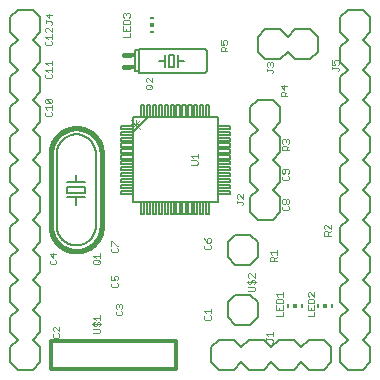
<source format=gto>
G75*
%MOIN*%
%OFA0B0*%
%FSLAX25Y25*%
%IPPOS*%
%LPD*%
%AMOC8*
5,1,8,0,0,1.08239X$1,22.5*
%
%ADD10C,0.00600*%
%ADD11C,0.00300*%
%ADD12C,0.00100*%
%ADD13C,0.00200*%
%ADD14C,0.01600*%
%ADD15C,0.00800*%
%ADD16R,0.02300X0.01600*%
%ADD17R,0.01181X0.00591*%
%ADD18R,0.01181X0.01181*%
%ADD19R,0.00591X0.01181*%
%ADD20C,0.01200*%
D10*
X0022000Y0055496D02*
X0022000Y0079496D01*
X0022002Y0079656D01*
X0022008Y0079815D01*
X0022018Y0079974D01*
X0022031Y0080133D01*
X0022049Y0080292D01*
X0022070Y0080450D01*
X0022096Y0080607D01*
X0022125Y0080764D01*
X0022158Y0080920D01*
X0022195Y0081075D01*
X0022235Y0081230D01*
X0022280Y0081383D01*
X0022328Y0081535D01*
X0022380Y0081686D01*
X0022436Y0081835D01*
X0022495Y0081983D01*
X0022558Y0082130D01*
X0022624Y0082275D01*
X0022694Y0082418D01*
X0022768Y0082560D01*
X0022844Y0082700D01*
X0022925Y0082838D01*
X0023008Y0082973D01*
X0023095Y0083107D01*
X0023186Y0083239D01*
X0023279Y0083368D01*
X0023376Y0083495D01*
X0023475Y0083620D01*
X0023578Y0083742D01*
X0023684Y0083861D01*
X0023792Y0083978D01*
X0023904Y0084092D01*
X0024018Y0084204D01*
X0024135Y0084312D01*
X0024254Y0084418D01*
X0024376Y0084521D01*
X0024501Y0084620D01*
X0024628Y0084717D01*
X0024757Y0084810D01*
X0024889Y0084901D01*
X0025023Y0084988D01*
X0025158Y0085071D01*
X0025296Y0085152D01*
X0025436Y0085228D01*
X0025578Y0085302D01*
X0025721Y0085372D01*
X0025866Y0085438D01*
X0026013Y0085501D01*
X0026161Y0085560D01*
X0026310Y0085616D01*
X0026461Y0085668D01*
X0026613Y0085716D01*
X0026766Y0085761D01*
X0026921Y0085801D01*
X0027076Y0085838D01*
X0027232Y0085871D01*
X0027389Y0085900D01*
X0027546Y0085926D01*
X0027704Y0085947D01*
X0027863Y0085965D01*
X0028022Y0085978D01*
X0028181Y0085988D01*
X0028340Y0085994D01*
X0028500Y0085996D01*
X0028660Y0085994D01*
X0028819Y0085988D01*
X0028978Y0085978D01*
X0029137Y0085965D01*
X0029296Y0085947D01*
X0029454Y0085926D01*
X0029611Y0085900D01*
X0029768Y0085871D01*
X0029924Y0085838D01*
X0030079Y0085801D01*
X0030234Y0085761D01*
X0030387Y0085716D01*
X0030539Y0085668D01*
X0030690Y0085616D01*
X0030839Y0085560D01*
X0030987Y0085501D01*
X0031134Y0085438D01*
X0031279Y0085372D01*
X0031422Y0085302D01*
X0031564Y0085228D01*
X0031704Y0085152D01*
X0031842Y0085071D01*
X0031977Y0084988D01*
X0032111Y0084901D01*
X0032243Y0084810D01*
X0032372Y0084717D01*
X0032499Y0084620D01*
X0032624Y0084521D01*
X0032746Y0084418D01*
X0032865Y0084312D01*
X0032982Y0084204D01*
X0033096Y0084092D01*
X0033208Y0083978D01*
X0033316Y0083861D01*
X0033422Y0083742D01*
X0033525Y0083620D01*
X0033624Y0083495D01*
X0033721Y0083368D01*
X0033814Y0083239D01*
X0033905Y0083107D01*
X0033992Y0082973D01*
X0034075Y0082838D01*
X0034156Y0082700D01*
X0034232Y0082560D01*
X0034306Y0082418D01*
X0034376Y0082275D01*
X0034442Y0082130D01*
X0034505Y0081983D01*
X0034564Y0081835D01*
X0034620Y0081686D01*
X0034672Y0081535D01*
X0034720Y0081383D01*
X0034765Y0081230D01*
X0034805Y0081075D01*
X0034842Y0080920D01*
X0034875Y0080764D01*
X0034904Y0080607D01*
X0034930Y0080450D01*
X0034951Y0080292D01*
X0034969Y0080133D01*
X0034982Y0079974D01*
X0034992Y0079815D01*
X0034998Y0079656D01*
X0035000Y0079496D01*
X0035000Y0055496D01*
X0034998Y0055336D01*
X0034992Y0055177D01*
X0034982Y0055018D01*
X0034969Y0054859D01*
X0034951Y0054700D01*
X0034930Y0054542D01*
X0034904Y0054385D01*
X0034875Y0054228D01*
X0034842Y0054072D01*
X0034805Y0053917D01*
X0034765Y0053762D01*
X0034720Y0053609D01*
X0034672Y0053457D01*
X0034620Y0053306D01*
X0034564Y0053157D01*
X0034505Y0053009D01*
X0034442Y0052862D01*
X0034376Y0052717D01*
X0034306Y0052574D01*
X0034232Y0052432D01*
X0034156Y0052292D01*
X0034075Y0052154D01*
X0033992Y0052019D01*
X0033905Y0051885D01*
X0033814Y0051753D01*
X0033721Y0051624D01*
X0033624Y0051497D01*
X0033525Y0051372D01*
X0033422Y0051250D01*
X0033316Y0051131D01*
X0033208Y0051014D01*
X0033096Y0050900D01*
X0032982Y0050788D01*
X0032865Y0050680D01*
X0032746Y0050574D01*
X0032624Y0050471D01*
X0032499Y0050372D01*
X0032372Y0050275D01*
X0032243Y0050182D01*
X0032111Y0050091D01*
X0031977Y0050004D01*
X0031842Y0049921D01*
X0031704Y0049840D01*
X0031564Y0049764D01*
X0031422Y0049690D01*
X0031279Y0049620D01*
X0031134Y0049554D01*
X0030987Y0049491D01*
X0030839Y0049432D01*
X0030690Y0049376D01*
X0030539Y0049324D01*
X0030387Y0049276D01*
X0030234Y0049231D01*
X0030079Y0049191D01*
X0029924Y0049154D01*
X0029768Y0049121D01*
X0029611Y0049092D01*
X0029454Y0049066D01*
X0029296Y0049045D01*
X0029137Y0049027D01*
X0028978Y0049014D01*
X0028819Y0049004D01*
X0028660Y0048998D01*
X0028500Y0048996D01*
X0028340Y0048998D01*
X0028181Y0049004D01*
X0028022Y0049014D01*
X0027863Y0049027D01*
X0027704Y0049045D01*
X0027546Y0049066D01*
X0027389Y0049092D01*
X0027232Y0049121D01*
X0027076Y0049154D01*
X0026921Y0049191D01*
X0026766Y0049231D01*
X0026613Y0049276D01*
X0026461Y0049324D01*
X0026310Y0049376D01*
X0026161Y0049432D01*
X0026013Y0049491D01*
X0025866Y0049554D01*
X0025721Y0049620D01*
X0025578Y0049690D01*
X0025436Y0049764D01*
X0025296Y0049840D01*
X0025158Y0049921D01*
X0025023Y0050004D01*
X0024889Y0050091D01*
X0024757Y0050182D01*
X0024628Y0050275D01*
X0024501Y0050372D01*
X0024376Y0050471D01*
X0024254Y0050574D01*
X0024135Y0050680D01*
X0024018Y0050788D01*
X0023904Y0050900D01*
X0023792Y0051014D01*
X0023684Y0051131D01*
X0023578Y0051250D01*
X0023475Y0051372D01*
X0023376Y0051497D01*
X0023279Y0051624D01*
X0023186Y0051753D01*
X0023095Y0051885D01*
X0023008Y0052019D01*
X0022925Y0052154D01*
X0022844Y0052292D01*
X0022768Y0052432D01*
X0022694Y0052574D01*
X0022624Y0052717D01*
X0022558Y0052862D01*
X0022495Y0053009D01*
X0022436Y0053157D01*
X0022380Y0053306D01*
X0022328Y0053457D01*
X0022280Y0053609D01*
X0022235Y0053762D01*
X0022195Y0053917D01*
X0022158Y0054072D01*
X0022125Y0054228D01*
X0022096Y0054385D01*
X0022070Y0054542D01*
X0022049Y0054700D01*
X0022031Y0054859D01*
X0022018Y0055018D01*
X0022008Y0055177D01*
X0022002Y0055336D01*
X0022000Y0055496D01*
X0028500Y0062496D02*
X0028500Y0064996D01*
X0031500Y0064996D01*
X0031500Y0066496D02*
X0025500Y0066496D01*
X0025500Y0068496D01*
X0031500Y0068496D01*
X0031500Y0066496D01*
X0028500Y0064996D02*
X0025500Y0064996D01*
X0025500Y0069996D02*
X0028500Y0069996D01*
X0028500Y0072496D01*
X0028500Y0069996D02*
X0031500Y0069996D01*
X0043400Y0070096D02*
X0047300Y0070096D01*
X0047300Y0071196D01*
X0043400Y0071196D01*
X0043400Y0070096D01*
X0043400Y0069196D02*
X0043400Y0068096D01*
X0047300Y0068096D01*
X0047300Y0069196D01*
X0043400Y0069196D01*
X0043400Y0067196D02*
X0043400Y0066096D01*
X0047300Y0066096D01*
X0047300Y0067196D01*
X0043400Y0067196D01*
X0043400Y0071996D02*
X0047300Y0071996D01*
X0047300Y0073096D01*
X0043400Y0073096D01*
X0043400Y0071996D01*
X0043400Y0073996D02*
X0047300Y0073996D01*
X0047300Y0075096D01*
X0043400Y0075096D01*
X0043400Y0073996D01*
X0043400Y0075996D02*
X0047300Y0075996D01*
X0047300Y0077096D01*
X0043400Y0077096D01*
X0043400Y0075996D01*
X0043400Y0077896D02*
X0047300Y0077896D01*
X0047300Y0078996D01*
X0043400Y0078996D01*
X0043400Y0077896D01*
X0043400Y0079896D02*
X0047300Y0079896D01*
X0047300Y0080996D01*
X0043400Y0080996D01*
X0043400Y0079896D01*
X0043400Y0081896D02*
X0047300Y0081896D01*
X0047300Y0082996D01*
X0043400Y0082996D01*
X0043400Y0081896D01*
X0043400Y0083796D02*
X0047300Y0083796D01*
X0047300Y0084896D01*
X0043400Y0084896D01*
X0043400Y0083796D01*
X0043400Y0085796D02*
X0047300Y0085796D01*
X0047300Y0086696D01*
X0052300Y0091696D01*
X0053200Y0091696D01*
X0053200Y0095596D01*
X0052100Y0095596D01*
X0052100Y0091696D01*
X0052300Y0091696D01*
X0051200Y0091696D02*
X0051200Y0095596D01*
X0050100Y0095596D01*
X0050100Y0091696D01*
X0051200Y0091696D01*
X0054100Y0091696D02*
X0054100Y0095596D01*
X0055200Y0095596D01*
X0055200Y0091696D01*
X0054100Y0091696D01*
X0056000Y0091696D02*
X0056000Y0095596D01*
X0057100Y0095596D01*
X0057100Y0091696D01*
X0056000Y0091696D01*
X0058000Y0091696D02*
X0058000Y0095596D01*
X0059100Y0095596D01*
X0059100Y0091696D01*
X0058000Y0091696D01*
X0060000Y0091696D02*
X0060000Y0095596D01*
X0061100Y0095596D01*
X0061100Y0091696D01*
X0060000Y0091696D01*
X0061900Y0091696D02*
X0061900Y0095596D01*
X0063000Y0095596D01*
X0063000Y0091696D01*
X0061900Y0091696D01*
X0063900Y0091696D02*
X0063900Y0095596D01*
X0065000Y0095596D01*
X0065000Y0091696D01*
X0063900Y0091696D01*
X0065900Y0091696D02*
X0065900Y0095596D01*
X0067000Y0095596D01*
X0067000Y0091696D01*
X0065900Y0091696D01*
X0067800Y0091696D02*
X0067800Y0095596D01*
X0068900Y0095596D01*
X0068900Y0091696D01*
X0067800Y0091696D01*
X0069800Y0091696D02*
X0069800Y0095596D01*
X0070900Y0095596D01*
X0070900Y0091696D01*
X0069800Y0091696D01*
X0071800Y0091696D02*
X0071800Y0095596D01*
X0072900Y0095596D01*
X0072900Y0091696D01*
X0071800Y0091696D01*
X0075700Y0091696D02*
X0047300Y0091696D01*
X0047300Y0063296D01*
X0075700Y0063296D01*
X0075700Y0091696D01*
X0075700Y0088896D02*
X0079600Y0088896D01*
X0079600Y0087796D01*
X0075700Y0087796D01*
X0075700Y0088896D01*
X0075700Y0086896D02*
X0079600Y0086896D01*
X0079600Y0085796D01*
X0075700Y0085796D01*
X0075700Y0086896D01*
X0075700Y0084896D02*
X0079600Y0084896D01*
X0079600Y0083796D01*
X0075700Y0083796D01*
X0075700Y0084896D01*
X0075700Y0082996D02*
X0079600Y0082996D01*
X0079600Y0081896D01*
X0075700Y0081896D01*
X0075700Y0082996D01*
X0075700Y0080996D02*
X0079600Y0080996D01*
X0079600Y0079896D01*
X0075700Y0079896D01*
X0075700Y0080996D01*
X0075700Y0078996D02*
X0079600Y0078996D01*
X0079600Y0077896D01*
X0075700Y0077896D01*
X0075700Y0078996D01*
X0075700Y0077096D02*
X0079600Y0077096D01*
X0079600Y0075996D01*
X0075700Y0075996D01*
X0075700Y0077096D01*
X0075700Y0075096D02*
X0079600Y0075096D01*
X0079600Y0073996D01*
X0075700Y0073996D01*
X0075700Y0075096D01*
X0075700Y0073096D02*
X0079600Y0073096D01*
X0079600Y0071996D01*
X0075700Y0071996D01*
X0075700Y0073096D01*
X0075700Y0071196D02*
X0079600Y0071196D01*
X0079600Y0070096D01*
X0075700Y0070096D01*
X0075700Y0071196D01*
X0075700Y0069196D02*
X0079600Y0069196D01*
X0079600Y0068096D01*
X0075700Y0068096D01*
X0075700Y0069196D01*
X0075700Y0067196D02*
X0079600Y0067196D01*
X0079600Y0066096D01*
X0075700Y0066096D01*
X0075700Y0067196D01*
X0072900Y0063296D02*
X0071800Y0063296D01*
X0071800Y0059396D01*
X0072900Y0059396D01*
X0072900Y0063296D01*
X0070900Y0063296D02*
X0070900Y0059396D01*
X0069800Y0059396D01*
X0069800Y0063296D01*
X0070900Y0063296D01*
X0068900Y0063296D02*
X0068900Y0059396D01*
X0067800Y0059396D01*
X0067800Y0063296D01*
X0068900Y0063296D01*
X0067000Y0063296D02*
X0067000Y0059396D01*
X0065900Y0059396D01*
X0065900Y0063296D01*
X0067000Y0063296D01*
X0065000Y0063296D02*
X0065000Y0059396D01*
X0063900Y0059396D01*
X0063900Y0063296D01*
X0065000Y0063296D01*
X0063000Y0063296D02*
X0063000Y0059396D01*
X0061900Y0059396D01*
X0061900Y0063296D01*
X0063000Y0063296D01*
X0061100Y0063296D02*
X0061100Y0059396D01*
X0060000Y0059396D01*
X0060000Y0063296D01*
X0061100Y0063296D01*
X0059100Y0063296D02*
X0059100Y0059396D01*
X0058000Y0059396D01*
X0058000Y0063296D01*
X0059100Y0063296D01*
X0057100Y0063296D02*
X0057100Y0059396D01*
X0056000Y0059396D01*
X0056000Y0063296D01*
X0057100Y0063296D01*
X0055200Y0063296D02*
X0055200Y0059396D01*
X0054100Y0059396D01*
X0054100Y0063296D01*
X0055200Y0063296D01*
X0053200Y0063296D02*
X0053200Y0059396D01*
X0052100Y0059396D01*
X0052100Y0063296D01*
X0053200Y0063296D01*
X0051200Y0063296D02*
X0051200Y0059396D01*
X0050100Y0059396D01*
X0050100Y0063296D01*
X0051200Y0063296D01*
X0047300Y0086696D02*
X0047300Y0086896D01*
X0043400Y0086896D01*
X0043400Y0085796D01*
X0043400Y0087796D02*
X0047300Y0087796D01*
X0047300Y0088896D01*
X0043400Y0088896D01*
X0043400Y0087796D01*
X0049500Y0106496D02*
X0049500Y0106996D01*
X0049500Y0113996D01*
X0049500Y0114496D01*
X0071000Y0114496D01*
X0071060Y0114494D01*
X0071121Y0114489D01*
X0071180Y0114480D01*
X0071239Y0114467D01*
X0071298Y0114451D01*
X0071355Y0114431D01*
X0071410Y0114408D01*
X0071465Y0114381D01*
X0071517Y0114352D01*
X0071568Y0114319D01*
X0071617Y0114283D01*
X0071663Y0114245D01*
X0071707Y0114203D01*
X0071749Y0114159D01*
X0071787Y0114113D01*
X0071823Y0114064D01*
X0071856Y0114013D01*
X0071885Y0113961D01*
X0071912Y0113906D01*
X0071935Y0113851D01*
X0071955Y0113794D01*
X0071971Y0113735D01*
X0071984Y0113676D01*
X0071993Y0113617D01*
X0071998Y0113556D01*
X0072000Y0113496D01*
X0072000Y0107496D01*
X0071998Y0107436D01*
X0071993Y0107375D01*
X0071984Y0107316D01*
X0071971Y0107257D01*
X0071955Y0107198D01*
X0071935Y0107141D01*
X0071912Y0107086D01*
X0071885Y0107031D01*
X0071856Y0106979D01*
X0071823Y0106928D01*
X0071787Y0106879D01*
X0071749Y0106833D01*
X0071707Y0106789D01*
X0071663Y0106747D01*
X0071617Y0106709D01*
X0071568Y0106673D01*
X0071517Y0106640D01*
X0071465Y0106611D01*
X0071410Y0106584D01*
X0071355Y0106561D01*
X0071298Y0106541D01*
X0071239Y0106525D01*
X0071180Y0106512D01*
X0071121Y0106503D01*
X0071060Y0106498D01*
X0071000Y0106496D01*
X0049500Y0106496D01*
X0049500Y0106996D02*
X0048000Y0106996D01*
X0048000Y0113996D01*
X0049500Y0113996D01*
X0056000Y0110496D02*
X0058000Y0110496D01*
X0058000Y0108496D01*
X0059500Y0108496D02*
X0061000Y0108496D01*
X0061000Y0112496D01*
X0059500Y0112496D01*
X0059500Y0108496D01*
X0058000Y0110496D02*
X0058000Y0112496D01*
X0062500Y0112496D02*
X0062500Y0110496D01*
X0062500Y0108496D01*
X0062500Y0110496D02*
X0064500Y0110496D01*
D11*
X0049886Y0090866D02*
X0046750Y0087730D01*
X0048318Y0087730D02*
X0048318Y0090866D01*
X0046750Y0090866D02*
X0049886Y0087730D01*
X0049886Y0089298D02*
X0046750Y0089298D01*
D12*
X0066648Y0078723D02*
X0068950Y0078723D01*
X0068950Y0077956D02*
X0068950Y0079491D01*
X0067415Y0077956D02*
X0066648Y0078723D01*
X0066648Y0077281D02*
X0068566Y0077281D01*
X0068950Y0076897D01*
X0068950Y0076130D01*
X0068566Y0075746D01*
X0066648Y0075746D01*
D13*
X0081998Y0065607D02*
X0081998Y0064873D01*
X0082365Y0064506D01*
X0081998Y0063764D02*
X0081998Y0063030D01*
X0081998Y0063397D02*
X0083833Y0063397D01*
X0084200Y0063030D01*
X0084200Y0062663D01*
X0083833Y0062296D01*
X0084200Y0064506D02*
X0082732Y0065974D01*
X0082365Y0065974D01*
X0081998Y0065607D01*
X0084200Y0065974D02*
X0084200Y0064506D01*
X0097198Y0063907D02*
X0097565Y0064274D01*
X0097932Y0064274D01*
X0098299Y0063907D01*
X0098299Y0063173D01*
X0097932Y0062806D01*
X0097565Y0062806D01*
X0097198Y0063173D01*
X0097198Y0063907D01*
X0098299Y0063907D02*
X0098666Y0064274D01*
X0099033Y0064274D01*
X0099400Y0063907D01*
X0099400Y0063173D01*
X0099033Y0062806D01*
X0098666Y0062806D01*
X0098299Y0063173D01*
X0097565Y0062064D02*
X0097198Y0061697D01*
X0097198Y0060963D01*
X0097565Y0060596D01*
X0099033Y0060596D01*
X0099400Y0060963D01*
X0099400Y0061697D01*
X0099033Y0062064D01*
X0098933Y0070676D02*
X0097465Y0070676D01*
X0097098Y0071043D01*
X0097098Y0071777D01*
X0097465Y0072144D01*
X0097465Y0072886D02*
X0097832Y0072886D01*
X0098199Y0073253D01*
X0098199Y0074354D01*
X0097465Y0074354D02*
X0097098Y0073987D01*
X0097098Y0073253D01*
X0097465Y0072886D01*
X0098933Y0072886D02*
X0099300Y0073253D01*
X0099300Y0073987D01*
X0098933Y0074354D01*
X0097465Y0074354D01*
X0098933Y0072144D02*
X0099300Y0071777D01*
X0099300Y0071043D01*
X0098933Y0070676D01*
X0098666Y0080596D02*
X0098666Y0081697D01*
X0098299Y0082064D01*
X0097565Y0082064D01*
X0097198Y0081697D01*
X0097198Y0080596D01*
X0099400Y0080596D01*
X0098666Y0081330D02*
X0099400Y0082064D01*
X0099033Y0082806D02*
X0099400Y0083173D01*
X0099400Y0083907D01*
X0099033Y0084274D01*
X0098666Y0084274D01*
X0098299Y0083907D01*
X0098299Y0083540D01*
X0098299Y0083907D02*
X0097932Y0084274D01*
X0097565Y0084274D01*
X0097198Y0083907D01*
X0097198Y0083173D01*
X0097565Y0082806D01*
X0098166Y0098596D02*
X0098166Y0099697D01*
X0097799Y0100064D01*
X0097065Y0100064D01*
X0096698Y0099697D01*
X0096698Y0098596D01*
X0098900Y0098596D01*
X0098166Y0099330D02*
X0098900Y0100064D01*
X0097799Y0100806D02*
X0097799Y0102274D01*
X0096698Y0101907D02*
X0097799Y0100806D01*
X0098900Y0101907D02*
X0096698Y0101907D01*
X0093833Y0106296D02*
X0094200Y0106663D01*
X0094200Y0107030D01*
X0093833Y0107397D01*
X0091998Y0107397D01*
X0091998Y0107030D02*
X0091998Y0107764D01*
X0092365Y0108506D02*
X0091998Y0108873D01*
X0091998Y0109607D01*
X0092365Y0109974D01*
X0092732Y0109974D01*
X0093099Y0109607D01*
X0093466Y0109974D01*
X0093833Y0109974D01*
X0094200Y0109607D01*
X0094200Y0108873D01*
X0093833Y0108506D01*
X0093099Y0109240D02*
X0093099Y0109607D01*
X0078900Y0113596D02*
X0076698Y0113596D01*
X0076698Y0114697D01*
X0077065Y0115064D01*
X0077799Y0115064D01*
X0078166Y0114697D01*
X0078166Y0113596D01*
X0078166Y0114330D02*
X0078900Y0115064D01*
X0078533Y0115806D02*
X0078900Y0116173D01*
X0078900Y0116907D01*
X0078533Y0117274D01*
X0077799Y0117274D01*
X0077432Y0116907D01*
X0077432Y0116540D01*
X0077799Y0115806D01*
X0076698Y0115806D01*
X0076698Y0117274D01*
X0053900Y0104774D02*
X0053900Y0103306D01*
X0052432Y0104774D01*
X0052065Y0104774D01*
X0051698Y0104407D01*
X0051698Y0103673D01*
X0052065Y0103306D01*
X0052065Y0102564D02*
X0051698Y0102197D01*
X0051698Y0101463D01*
X0052065Y0101096D01*
X0053533Y0101096D01*
X0053900Y0101463D01*
X0053900Y0102197D01*
X0053533Y0102564D01*
X0052065Y0102564D01*
X0053166Y0101830D02*
X0053900Y0102564D01*
X0046300Y0118257D02*
X0044098Y0118257D01*
X0046300Y0118257D02*
X0046300Y0119725D01*
X0046300Y0120467D02*
X0046300Y0121934D01*
X0046300Y0122676D02*
X0044098Y0122676D01*
X0044098Y0123777D01*
X0044465Y0124144D01*
X0045933Y0124144D01*
X0046300Y0123777D01*
X0046300Y0122676D01*
X0045199Y0121200D02*
X0045199Y0120467D01*
X0044098Y0120467D02*
X0046300Y0120467D01*
X0044098Y0120467D02*
X0044098Y0121934D01*
X0044465Y0124886D02*
X0044098Y0125253D01*
X0044098Y0125987D01*
X0044465Y0126354D01*
X0044832Y0126354D01*
X0045199Y0125987D01*
X0045566Y0126354D01*
X0045933Y0126354D01*
X0046300Y0125987D01*
X0046300Y0125253D01*
X0045933Y0124886D01*
X0045199Y0125620D02*
X0045199Y0125987D01*
X0020500Y0125787D02*
X0018298Y0125787D01*
X0019399Y0124686D01*
X0019399Y0126154D01*
X0018298Y0123944D02*
X0018298Y0123210D01*
X0018298Y0123577D02*
X0020133Y0123577D01*
X0020500Y0123210D01*
X0020500Y0122843D01*
X0020133Y0122476D01*
X0020400Y0121484D02*
X0020400Y0120016D01*
X0018932Y0121484D01*
X0018565Y0121484D01*
X0018198Y0121117D01*
X0018198Y0120383D01*
X0018565Y0120016D01*
X0018198Y0118540D02*
X0020400Y0118540D01*
X0020400Y0117806D02*
X0020400Y0119274D01*
X0018932Y0117806D02*
X0018198Y0118540D01*
X0018565Y0117064D02*
X0018198Y0116697D01*
X0018198Y0115963D01*
X0018565Y0115596D01*
X0020033Y0115596D01*
X0020400Y0115963D01*
X0020400Y0116697D01*
X0020033Y0117064D01*
X0020400Y0110484D02*
X0020400Y0109016D01*
X0020400Y0109750D02*
X0018198Y0109750D01*
X0018932Y0109016D01*
X0020400Y0108274D02*
X0020400Y0106806D01*
X0020400Y0107540D02*
X0018198Y0107540D01*
X0018932Y0106806D01*
X0018565Y0106064D02*
X0018198Y0105697D01*
X0018198Y0104963D01*
X0018565Y0104596D01*
X0020033Y0104596D01*
X0020400Y0104963D01*
X0020400Y0105697D01*
X0020033Y0106064D01*
X0019933Y0097854D02*
X0018465Y0097854D01*
X0019933Y0096386D01*
X0020300Y0096753D01*
X0020300Y0097487D01*
X0019933Y0097854D01*
X0018465Y0097854D02*
X0018098Y0097487D01*
X0018098Y0096753D01*
X0018465Y0096386D01*
X0019933Y0096386D01*
X0020300Y0095644D02*
X0020300Y0094176D01*
X0020300Y0094910D02*
X0018098Y0094910D01*
X0018832Y0094176D01*
X0018465Y0093434D02*
X0018098Y0093067D01*
X0018098Y0092334D01*
X0018465Y0091967D01*
X0019933Y0091967D01*
X0020300Y0092334D01*
X0020300Y0093067D01*
X0019933Y0093434D01*
X0040198Y0050274D02*
X0040565Y0050274D01*
X0042033Y0048806D01*
X0042400Y0048806D01*
X0042033Y0048064D02*
X0042400Y0047697D01*
X0042400Y0046963D01*
X0042033Y0046596D01*
X0040565Y0046596D01*
X0040198Y0046963D01*
X0040198Y0047697D01*
X0040565Y0048064D01*
X0040198Y0048806D02*
X0040198Y0050274D01*
X0036400Y0046274D02*
X0036400Y0044806D01*
X0036400Y0045540D02*
X0034198Y0045540D01*
X0034932Y0044806D01*
X0034565Y0044064D02*
X0036033Y0044064D01*
X0036400Y0043697D01*
X0036400Y0042963D01*
X0036033Y0042596D01*
X0034565Y0042596D01*
X0034198Y0042963D01*
X0034198Y0043697D01*
X0034565Y0044064D01*
X0035666Y0043330D02*
X0036400Y0044064D01*
X0040198Y0038774D02*
X0040198Y0037306D01*
X0041299Y0037306D01*
X0040932Y0038040D01*
X0040932Y0038407D01*
X0041299Y0038774D01*
X0042033Y0038774D01*
X0042400Y0038407D01*
X0042400Y0037673D01*
X0042033Y0037306D01*
X0042033Y0036564D02*
X0042400Y0036197D01*
X0042400Y0035463D01*
X0042033Y0035096D01*
X0040565Y0035096D01*
X0040198Y0035463D01*
X0040198Y0036197D01*
X0040565Y0036564D01*
X0042065Y0029274D02*
X0042432Y0029274D01*
X0042799Y0028907D01*
X0043166Y0029274D01*
X0043533Y0029274D01*
X0043900Y0028907D01*
X0043900Y0028173D01*
X0043533Y0027806D01*
X0043533Y0027064D02*
X0043900Y0026697D01*
X0043900Y0025963D01*
X0043533Y0025596D01*
X0042065Y0025596D01*
X0041698Y0025963D01*
X0041698Y0026697D01*
X0042065Y0027064D01*
X0042065Y0027806D02*
X0041698Y0028173D01*
X0041698Y0028907D01*
X0042065Y0029274D01*
X0042799Y0028907D02*
X0042799Y0028540D01*
X0036413Y0025589D02*
X0036413Y0024121D01*
X0036413Y0024855D02*
X0034211Y0024855D01*
X0034945Y0024121D01*
X0034578Y0023380D02*
X0034211Y0023013D01*
X0034211Y0022279D01*
X0034578Y0021912D01*
X0034945Y0021912D01*
X0035312Y0022279D01*
X0035312Y0023013D01*
X0035679Y0023380D01*
X0036046Y0023380D01*
X0036413Y0023013D01*
X0036413Y0022279D01*
X0036046Y0021912D01*
X0036046Y0021170D02*
X0034211Y0021170D01*
X0034211Y0019702D02*
X0036046Y0019702D01*
X0036413Y0020069D01*
X0036413Y0020803D01*
X0036046Y0021170D01*
X0036780Y0022646D02*
X0033844Y0022646D01*
X0022800Y0021854D02*
X0022800Y0020386D01*
X0021332Y0021854D01*
X0020965Y0021854D01*
X0020598Y0021487D01*
X0020598Y0020753D01*
X0020965Y0020386D01*
X0020965Y0019644D02*
X0020598Y0019277D01*
X0020598Y0018543D01*
X0020965Y0018176D01*
X0022433Y0018176D01*
X0022800Y0018543D01*
X0022800Y0019277D01*
X0022433Y0019644D01*
X0021533Y0042596D02*
X0020065Y0042596D01*
X0019698Y0042963D01*
X0019698Y0043697D01*
X0020065Y0044064D01*
X0020799Y0044806D02*
X0020799Y0046274D01*
X0019698Y0045907D02*
X0020799Y0044806D01*
X0021533Y0044064D02*
X0021900Y0043697D01*
X0021900Y0042963D01*
X0021533Y0042596D01*
X0021900Y0045907D02*
X0019698Y0045907D01*
X0071098Y0048043D02*
X0071465Y0047676D01*
X0072933Y0047676D01*
X0073300Y0048043D01*
X0073300Y0048777D01*
X0072933Y0049144D01*
X0072933Y0049886D02*
X0073300Y0050253D01*
X0073300Y0050987D01*
X0072933Y0051354D01*
X0072566Y0051354D01*
X0072199Y0050987D01*
X0072199Y0049886D01*
X0072933Y0049886D01*
X0072199Y0049886D02*
X0071465Y0050620D01*
X0071098Y0051354D01*
X0071465Y0049144D02*
X0071098Y0048777D01*
X0071098Y0048043D01*
X0085798Y0039287D02*
X0085798Y0038553D01*
X0086165Y0038186D01*
X0086165Y0037444D02*
X0085798Y0037077D01*
X0085798Y0036343D01*
X0086165Y0035976D01*
X0086532Y0035976D01*
X0086899Y0036343D01*
X0086899Y0037077D01*
X0087266Y0037444D01*
X0087633Y0037444D01*
X0088000Y0037077D01*
X0088000Y0036343D01*
X0087633Y0035976D01*
X0087633Y0035234D02*
X0085798Y0035234D01*
X0085798Y0033767D02*
X0087633Y0033767D01*
X0088000Y0034134D01*
X0088000Y0034867D01*
X0087633Y0035234D01*
X0088367Y0036710D02*
X0085431Y0036710D01*
X0085798Y0039287D02*
X0086165Y0039654D01*
X0086532Y0039654D01*
X0088000Y0038186D01*
X0088000Y0039654D01*
X0093098Y0043676D02*
X0093098Y0044777D01*
X0093465Y0045144D01*
X0094199Y0045144D01*
X0094566Y0044777D01*
X0094566Y0043676D01*
X0095300Y0043676D02*
X0093098Y0043676D01*
X0094566Y0044410D02*
X0095300Y0045144D01*
X0095300Y0045886D02*
X0095300Y0047354D01*
X0095300Y0046620D02*
X0093098Y0046620D01*
X0093832Y0045886D01*
X0097300Y0033354D02*
X0097300Y0031886D01*
X0097300Y0032620D02*
X0095098Y0032620D01*
X0095832Y0031886D01*
X0095465Y0031144D02*
X0096933Y0031144D01*
X0097300Y0030777D01*
X0097300Y0029676D01*
X0095098Y0029676D01*
X0095098Y0030777D01*
X0095465Y0031144D01*
X0095098Y0028934D02*
X0095098Y0027467D01*
X0097300Y0027467D01*
X0097300Y0028934D01*
X0096199Y0028200D02*
X0096199Y0027467D01*
X0097300Y0026725D02*
X0097300Y0025257D01*
X0095098Y0025257D01*
X0094000Y0020154D02*
X0094000Y0018686D01*
X0094000Y0019420D02*
X0091798Y0019420D01*
X0092532Y0018686D01*
X0091798Y0017944D02*
X0091798Y0017210D01*
X0091798Y0017577D02*
X0093633Y0017577D01*
X0094000Y0017210D01*
X0094000Y0016843D01*
X0093633Y0016476D01*
X0105598Y0025257D02*
X0107800Y0025257D01*
X0107800Y0026725D01*
X0107800Y0027467D02*
X0107800Y0028934D01*
X0107800Y0029676D02*
X0107800Y0030777D01*
X0107433Y0031144D01*
X0105965Y0031144D01*
X0105598Y0030777D01*
X0105598Y0029676D01*
X0107800Y0029676D01*
X0106699Y0028200D02*
X0106699Y0027467D01*
X0105598Y0027467D02*
X0105598Y0028934D01*
X0105598Y0027467D02*
X0107800Y0027467D01*
X0107800Y0031886D02*
X0106332Y0033354D01*
X0105965Y0033354D01*
X0105598Y0032987D01*
X0105598Y0032253D01*
X0105965Y0031886D01*
X0107800Y0031886D02*
X0107800Y0033354D01*
X0111098Y0052176D02*
X0111098Y0053277D01*
X0111465Y0053644D01*
X0112199Y0053644D01*
X0112566Y0053277D01*
X0112566Y0052176D01*
X0113300Y0052176D02*
X0111098Y0052176D01*
X0112566Y0052910D02*
X0113300Y0053644D01*
X0113300Y0054386D02*
X0111832Y0055854D01*
X0111465Y0055854D01*
X0111098Y0055487D01*
X0111098Y0054753D01*
X0111465Y0054386D01*
X0113300Y0054386D02*
X0113300Y0055854D01*
X0073300Y0027854D02*
X0073300Y0026386D01*
X0073300Y0027120D02*
X0071098Y0027120D01*
X0071832Y0026386D01*
X0071465Y0025644D02*
X0071098Y0025277D01*
X0071098Y0024543D01*
X0071465Y0024176D01*
X0072933Y0024176D01*
X0073300Y0024543D01*
X0073300Y0025277D01*
X0072933Y0025644D01*
X0115633Y0106976D02*
X0116000Y0107343D01*
X0116000Y0107710D01*
X0115633Y0108077D01*
X0113798Y0108077D01*
X0113798Y0107710D02*
X0113798Y0108444D01*
X0113798Y0109186D02*
X0114899Y0109186D01*
X0114532Y0109920D01*
X0114532Y0110287D01*
X0114899Y0110654D01*
X0115633Y0110654D01*
X0116000Y0110287D01*
X0116000Y0109553D01*
X0115633Y0109186D01*
X0113798Y0109186D02*
X0113798Y0110654D01*
D14*
X0046500Y0112496D02*
X0044500Y0112496D01*
X0044500Y0108496D02*
X0046000Y0108496D01*
X0037000Y0079496D02*
X0037000Y0055496D01*
X0036997Y0055289D01*
X0036990Y0055082D01*
X0036977Y0054876D01*
X0036960Y0054669D01*
X0036937Y0054464D01*
X0036909Y0054258D01*
X0036877Y0054054D01*
X0036839Y0053850D01*
X0036797Y0053648D01*
X0036749Y0053446D01*
X0036697Y0053246D01*
X0036640Y0053047D01*
X0036578Y0052850D01*
X0036511Y0052654D01*
X0036439Y0052460D01*
X0036363Y0052267D01*
X0036282Y0052077D01*
X0036196Y0051888D01*
X0036106Y0051702D01*
X0036012Y0051518D01*
X0035912Y0051336D01*
X0035809Y0051157D01*
X0035701Y0050980D01*
X0035589Y0050806D01*
X0035473Y0050635D01*
X0035352Y0050466D01*
X0035228Y0050301D01*
X0035099Y0050139D01*
X0034967Y0049980D01*
X0034831Y0049824D01*
X0034691Y0049671D01*
X0034547Y0049522D01*
X0034400Y0049377D01*
X0034249Y0049235D01*
X0034095Y0049097D01*
X0033937Y0048962D01*
X0033777Y0048832D01*
X0033613Y0048706D01*
X0033446Y0048583D01*
X0033276Y0048465D01*
X0033103Y0048350D01*
X0032928Y0048240D01*
X0032750Y0048135D01*
X0032569Y0048033D01*
X0032387Y0047937D01*
X0032201Y0047844D01*
X0032014Y0047756D01*
X0031824Y0047673D01*
X0031633Y0047594D01*
X0031440Y0047520D01*
X0031244Y0047451D01*
X0031048Y0047387D01*
X0030850Y0047327D01*
X0030650Y0047272D01*
X0030449Y0047222D01*
X0030247Y0047177D01*
X0030044Y0047137D01*
X0029840Y0047102D01*
X0029635Y0047072D01*
X0029430Y0047047D01*
X0029224Y0047027D01*
X0029017Y0047012D01*
X0028810Y0047002D01*
X0028603Y0046997D01*
X0028397Y0046997D01*
X0028190Y0047002D01*
X0027983Y0047012D01*
X0027776Y0047027D01*
X0027570Y0047047D01*
X0027365Y0047072D01*
X0027160Y0047102D01*
X0026956Y0047137D01*
X0026753Y0047177D01*
X0026551Y0047222D01*
X0026350Y0047272D01*
X0026150Y0047327D01*
X0025952Y0047387D01*
X0025756Y0047451D01*
X0025560Y0047520D01*
X0025367Y0047594D01*
X0025176Y0047673D01*
X0024986Y0047756D01*
X0024799Y0047844D01*
X0024613Y0047937D01*
X0024431Y0048033D01*
X0024250Y0048135D01*
X0024072Y0048240D01*
X0023897Y0048350D01*
X0023724Y0048465D01*
X0023554Y0048583D01*
X0023387Y0048706D01*
X0023223Y0048832D01*
X0023063Y0048962D01*
X0022905Y0049097D01*
X0022751Y0049235D01*
X0022600Y0049377D01*
X0022453Y0049522D01*
X0022309Y0049671D01*
X0022169Y0049824D01*
X0022033Y0049980D01*
X0021901Y0050139D01*
X0021772Y0050301D01*
X0021648Y0050466D01*
X0021527Y0050635D01*
X0021411Y0050806D01*
X0021299Y0050980D01*
X0021191Y0051157D01*
X0021088Y0051336D01*
X0020988Y0051518D01*
X0020894Y0051702D01*
X0020804Y0051888D01*
X0020718Y0052077D01*
X0020637Y0052267D01*
X0020561Y0052460D01*
X0020489Y0052654D01*
X0020422Y0052850D01*
X0020360Y0053047D01*
X0020303Y0053246D01*
X0020251Y0053446D01*
X0020203Y0053648D01*
X0020161Y0053850D01*
X0020123Y0054054D01*
X0020091Y0054258D01*
X0020063Y0054464D01*
X0020040Y0054669D01*
X0020023Y0054876D01*
X0020010Y0055082D01*
X0020003Y0055289D01*
X0020000Y0055496D01*
X0020000Y0079496D01*
X0020003Y0079703D01*
X0020010Y0079910D01*
X0020023Y0080116D01*
X0020040Y0080323D01*
X0020063Y0080528D01*
X0020091Y0080734D01*
X0020123Y0080938D01*
X0020161Y0081142D01*
X0020203Y0081344D01*
X0020251Y0081546D01*
X0020303Y0081746D01*
X0020360Y0081945D01*
X0020422Y0082142D01*
X0020489Y0082338D01*
X0020561Y0082532D01*
X0020637Y0082725D01*
X0020718Y0082915D01*
X0020804Y0083104D01*
X0020894Y0083290D01*
X0020988Y0083474D01*
X0021088Y0083656D01*
X0021191Y0083835D01*
X0021299Y0084012D01*
X0021411Y0084186D01*
X0021527Y0084357D01*
X0021648Y0084526D01*
X0021772Y0084691D01*
X0021901Y0084853D01*
X0022033Y0085012D01*
X0022169Y0085168D01*
X0022309Y0085321D01*
X0022453Y0085470D01*
X0022600Y0085615D01*
X0022751Y0085757D01*
X0022905Y0085895D01*
X0023063Y0086030D01*
X0023223Y0086160D01*
X0023387Y0086286D01*
X0023554Y0086409D01*
X0023724Y0086527D01*
X0023897Y0086642D01*
X0024072Y0086752D01*
X0024250Y0086857D01*
X0024431Y0086959D01*
X0024613Y0087055D01*
X0024799Y0087148D01*
X0024986Y0087236D01*
X0025176Y0087319D01*
X0025367Y0087398D01*
X0025560Y0087472D01*
X0025756Y0087541D01*
X0025952Y0087605D01*
X0026150Y0087665D01*
X0026350Y0087720D01*
X0026551Y0087770D01*
X0026753Y0087815D01*
X0026956Y0087855D01*
X0027160Y0087890D01*
X0027365Y0087920D01*
X0027570Y0087945D01*
X0027776Y0087965D01*
X0027983Y0087980D01*
X0028190Y0087990D01*
X0028397Y0087995D01*
X0028603Y0087995D01*
X0028810Y0087990D01*
X0029017Y0087980D01*
X0029224Y0087965D01*
X0029430Y0087945D01*
X0029635Y0087920D01*
X0029840Y0087890D01*
X0030044Y0087855D01*
X0030247Y0087815D01*
X0030449Y0087770D01*
X0030650Y0087720D01*
X0030850Y0087665D01*
X0031048Y0087605D01*
X0031244Y0087541D01*
X0031440Y0087472D01*
X0031633Y0087398D01*
X0031824Y0087319D01*
X0032014Y0087236D01*
X0032201Y0087148D01*
X0032387Y0087055D01*
X0032569Y0086959D01*
X0032750Y0086857D01*
X0032928Y0086752D01*
X0033103Y0086642D01*
X0033276Y0086527D01*
X0033446Y0086409D01*
X0033613Y0086286D01*
X0033777Y0086160D01*
X0033937Y0086030D01*
X0034095Y0085895D01*
X0034249Y0085757D01*
X0034400Y0085615D01*
X0034547Y0085470D01*
X0034691Y0085321D01*
X0034831Y0085168D01*
X0034967Y0085012D01*
X0035099Y0084853D01*
X0035228Y0084691D01*
X0035352Y0084526D01*
X0035473Y0084357D01*
X0035589Y0084186D01*
X0035701Y0084012D01*
X0035809Y0083835D01*
X0035912Y0083656D01*
X0036012Y0083474D01*
X0036106Y0083290D01*
X0036196Y0083104D01*
X0036282Y0082915D01*
X0036363Y0082725D01*
X0036439Y0082532D01*
X0036511Y0082338D01*
X0036578Y0082142D01*
X0036640Y0081945D01*
X0036697Y0081746D01*
X0036749Y0081546D01*
X0036797Y0081344D01*
X0036839Y0081142D01*
X0036877Y0080938D01*
X0036909Y0080734D01*
X0036937Y0080528D01*
X0036960Y0080323D01*
X0036977Y0080116D01*
X0036990Y0079910D01*
X0036997Y0079703D01*
X0037000Y0079496D01*
D15*
X0006500Y0009996D02*
X0009000Y0007496D01*
X0014000Y0007496D01*
X0016500Y0009996D01*
X0016500Y0014996D01*
X0014000Y0017496D01*
X0016500Y0019996D01*
X0016500Y0024996D01*
X0014000Y0027496D01*
X0016500Y0029996D01*
X0016500Y0034996D01*
X0014000Y0037496D01*
X0016500Y0039996D01*
X0016500Y0044996D01*
X0014000Y0047496D01*
X0016500Y0049996D01*
X0016500Y0054996D01*
X0014000Y0057496D01*
X0016500Y0059996D01*
X0016500Y0064996D01*
X0014000Y0067496D01*
X0016500Y0069996D01*
X0016500Y0074996D01*
X0014000Y0077496D01*
X0016500Y0079996D01*
X0016500Y0084996D01*
X0014000Y0087496D01*
X0016500Y0089996D01*
X0016500Y0094996D01*
X0014000Y0097496D01*
X0016500Y0099996D01*
X0016500Y0104996D01*
X0014000Y0107496D01*
X0016500Y0109996D01*
X0016500Y0114996D01*
X0014000Y0117496D01*
X0016500Y0119996D01*
X0016500Y0124996D01*
X0014000Y0127496D01*
X0009000Y0127496D01*
X0006500Y0124996D01*
X0006500Y0119996D01*
X0009000Y0117496D01*
X0006500Y0114996D01*
X0006500Y0109996D01*
X0009000Y0107496D01*
X0006500Y0104996D01*
X0006500Y0099996D01*
X0009000Y0097496D01*
X0006500Y0094996D01*
X0006500Y0089996D01*
X0009000Y0087496D01*
X0006500Y0084996D01*
X0006500Y0079996D01*
X0009000Y0077496D01*
X0006500Y0074996D01*
X0006500Y0069996D01*
X0009000Y0067496D01*
X0006500Y0064996D01*
X0006500Y0059996D01*
X0009000Y0057496D01*
X0006500Y0054996D01*
X0006500Y0049996D01*
X0009000Y0047496D01*
X0006500Y0044996D01*
X0006500Y0039996D01*
X0009000Y0037496D01*
X0006500Y0034996D01*
X0006500Y0029996D01*
X0009000Y0027496D01*
X0006500Y0024996D01*
X0006500Y0019996D01*
X0009000Y0017496D01*
X0006500Y0014996D01*
X0006500Y0009996D01*
X0073500Y0009996D02*
X0073500Y0014996D01*
X0076000Y0017496D01*
X0081000Y0017496D01*
X0083500Y0014996D01*
X0086000Y0017496D01*
X0091000Y0017496D01*
X0093500Y0014996D01*
X0096000Y0017496D01*
X0101000Y0017496D01*
X0103500Y0014996D01*
X0106000Y0017496D01*
X0111000Y0017496D01*
X0113500Y0014996D01*
X0113500Y0009996D01*
X0111000Y0007496D01*
X0106000Y0007496D01*
X0103500Y0009996D01*
X0101000Y0007496D01*
X0096000Y0007496D01*
X0093500Y0009996D01*
X0091000Y0007496D01*
X0086000Y0007496D01*
X0083500Y0009996D01*
X0081000Y0007496D01*
X0076000Y0007496D01*
X0073500Y0009996D01*
X0081500Y0022496D02*
X0079000Y0024996D01*
X0079000Y0029996D01*
X0081500Y0032496D01*
X0086500Y0032496D01*
X0089000Y0029996D01*
X0089000Y0024996D01*
X0086500Y0022496D01*
X0081500Y0022496D01*
X0081500Y0042496D02*
X0086500Y0042496D01*
X0089000Y0044996D01*
X0089000Y0049996D01*
X0086500Y0052496D01*
X0081500Y0052496D01*
X0079000Y0049996D01*
X0079000Y0044996D01*
X0081500Y0042496D01*
X0089000Y0057496D02*
X0086500Y0059996D01*
X0086500Y0064996D01*
X0089000Y0067496D01*
X0086500Y0069996D01*
X0086500Y0074996D01*
X0089000Y0077496D01*
X0086500Y0079996D01*
X0086500Y0084996D01*
X0089000Y0087496D01*
X0086500Y0089996D01*
X0086500Y0094996D01*
X0089000Y0097496D01*
X0094000Y0097496D01*
X0096500Y0094996D01*
X0096500Y0089996D01*
X0094000Y0087496D01*
X0096500Y0084996D01*
X0096500Y0079996D01*
X0094000Y0077496D01*
X0096500Y0074996D01*
X0096500Y0069996D01*
X0094000Y0067496D01*
X0096500Y0064996D01*
X0096500Y0059996D01*
X0094000Y0057496D01*
X0089000Y0057496D01*
X0116500Y0054996D02*
X0116500Y0049996D01*
X0119000Y0047496D01*
X0116500Y0044996D01*
X0116500Y0039996D01*
X0119000Y0037496D01*
X0116500Y0034996D01*
X0116500Y0029996D01*
X0119000Y0027496D01*
X0116500Y0024996D01*
X0116500Y0019996D01*
X0119000Y0017496D01*
X0116500Y0014996D01*
X0116500Y0009996D01*
X0119000Y0007496D01*
X0124000Y0007496D01*
X0126500Y0009996D01*
X0126500Y0014996D01*
X0124000Y0017496D01*
X0126500Y0019996D01*
X0126500Y0024996D01*
X0124000Y0027496D01*
X0126500Y0029996D01*
X0126500Y0034996D01*
X0124000Y0037496D01*
X0126500Y0039996D01*
X0126500Y0044996D01*
X0124000Y0047496D01*
X0126500Y0049996D01*
X0126500Y0054996D01*
X0124000Y0057496D01*
X0126500Y0059996D01*
X0126500Y0064996D01*
X0124000Y0067496D01*
X0126500Y0069996D01*
X0126500Y0074996D01*
X0124000Y0077496D01*
X0126500Y0079996D01*
X0126500Y0084996D01*
X0124000Y0087496D01*
X0126500Y0089996D01*
X0126500Y0094996D01*
X0124000Y0097496D01*
X0126500Y0099996D01*
X0126500Y0104996D01*
X0124000Y0107496D01*
X0126500Y0109996D01*
X0126500Y0114996D01*
X0124000Y0117496D01*
X0126500Y0119996D01*
X0126500Y0124996D01*
X0124000Y0127496D01*
X0119000Y0127496D01*
X0116500Y0124996D01*
X0116500Y0119996D01*
X0119000Y0117496D01*
X0116500Y0114996D01*
X0116500Y0109996D01*
X0119000Y0107496D01*
X0116500Y0104996D01*
X0116500Y0099996D01*
X0119000Y0097496D01*
X0116500Y0094996D01*
X0116500Y0089996D01*
X0119000Y0087496D01*
X0116500Y0084996D01*
X0116500Y0079996D01*
X0119000Y0077496D01*
X0116500Y0074996D01*
X0116500Y0069996D01*
X0119000Y0067496D01*
X0116500Y0064996D01*
X0116500Y0059996D01*
X0119000Y0057496D01*
X0116500Y0054996D01*
X0106500Y0110996D02*
X0101500Y0110996D01*
X0099000Y0113496D01*
X0096500Y0110996D01*
X0091500Y0110996D01*
X0089000Y0113496D01*
X0089000Y0118496D01*
X0091500Y0120996D01*
X0096500Y0120996D01*
X0099000Y0118496D01*
X0101500Y0120996D01*
X0106500Y0120996D01*
X0109000Y0118496D01*
X0109000Y0113496D01*
X0106500Y0110996D01*
D16*
X0046650Y0112496D03*
X0046650Y0108496D03*
D17*
X0053909Y0120134D03*
X0053909Y0124858D03*
D18*
X0053909Y0122496D03*
X0101500Y0028906D03*
X0111500Y0028906D03*
D19*
X0109138Y0028906D03*
X0113862Y0028906D03*
X0103862Y0028906D03*
X0099138Y0028906D03*
D20*
X0061866Y0017221D02*
X0061866Y0007772D01*
X0020134Y0007772D01*
X0020134Y0017221D01*
X0041000Y0017221D01*
X0040606Y0017221D02*
X0061866Y0017221D01*
M02*

</source>
